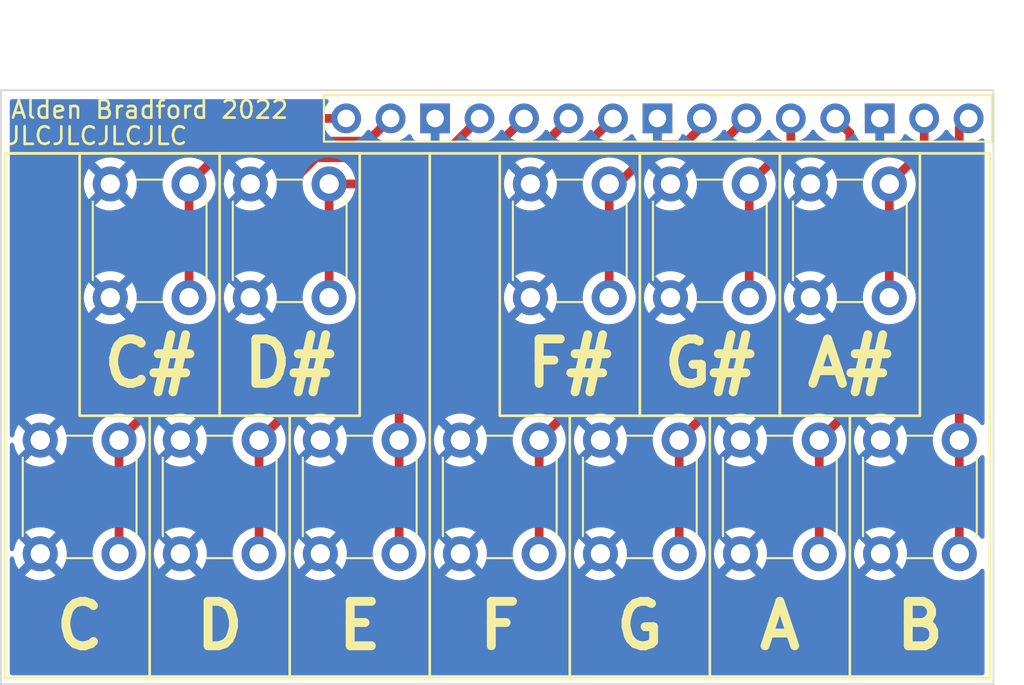
<source format=kicad_pcb>
(kicad_pcb (version 20211014) (generator pcbnew)
  (layers (0 "F.Cu" signal) (31 "B.Cu" signal) (34 "B.Paste" user) (35 "F.Paste" user) (36 "B.SilkS" user "B.Silkscreen") (37 "F.SilkS" user "F.Silkscreen") (38 "B.Mask" user) (39 "F.Mask" user) (44 "Edge.Cuts" user))
  (net 0 "")
  (net 1 "/C")
  (net 2 "/C#")
  (net 3 "GND")
  (net 4 "/D")
  (net 5 "/D#")
  (net 6 "/E")
  (net 7 "/F")
  (net 8 "/F#")
  (net 9 "/G")
  (net 10 "/G#")
  (net 11 "/A")
  (net 12 "/A#")
  (net 13 "/B")
  (footprint "Button_Switch_THT:SW_PUSH_6mm" (layer "F.Cu") (at 98.85 63.73 90)
    (fp_text reference "SW3" hide)
    (fp_text value "SW_Push")
    (fp_line (start 6.75 3) (end 6.75 1.5) (layer "F.SilkS") (width 0.12))
    (fp_line (start -0.25 1.5) (end -0.25 3) (layer "F.SilkS") (width 0.12))
    (fp_line (start 1 5.5) (end 5.5 5.5) (layer "F.SilkS") (width 0.12))
    (fp_line (start 5.5 -1) (end 1 -1) (layer "F.SilkS") (width 0.12))
    (pad "1" thru_hole circle (at 0 0 180) (size 2 2) (drill 1.1) (layers *.Cu *.Mask) (net 3 "GND"))
    (pad "1" thru_hole circle (at 6.5 0 180) (size 2 2) (drill 1.1) (layers *.Cu *.Mask) (net 3 "GND"))
    (pad "2" thru_hole circle (at 6.5 4.5 180) (size 2 2) (drill 1.1) (layers *.Cu *.Mask) (net 11 "/A"))
    (pad "2" thru_hole circle (at 0 4.5 180) (size 2 2) (drill 1.1) (layers *.Cu *.Mask) (net 11 "/A"))
  )
  (footprint "Library:PinHeader_1x15_P2.54mm_Vertical" (layer "F.Cu") (at 76.325 38.84 90)
    (fp_text reference "J1" hide)
    (fp_text value "Conn_01x15_Male")
    (fp_line (start -1.33 -1.27) (end -1.33 36.89) (layer "F.SilkS") (width 0.12))
    (fp_line (start -1.33 -1.27) (end 1.33 -1.27) (layer "F.SilkS") (width 0.12))
    (fp_line (start -1.33 36.89) (end 1.33 36.89) (layer "F.SilkS") (width 0.12))
    (fp_line (start 1.33 -1.27) (end 1.33 36.89) (layer "F.SilkS") (width 0.12))
    (pad "1" thru_hole circle (at 0 0 90) (size 1.7 1.7) (drill 1) (layers *.Cu *.Mask) (net 1 "/C"))
    (pad "2" thru_hole oval (at 0 2.54 90) (size 1.7 1.7) (drill 1) (layers *.Cu *.Mask) (net 2 "/C#"))
    (pad "3" thru_hole rect (at 0 5.08 90) (size 1.7 1.7) (drill 1) (layers *.Cu *.Mask) (net 3 "GND"))
    (pad "4" thru_hole oval (at 0 7.62 90) (size 1.7 1.7) (drill 1) (layers *.Cu *.Mask) (net 4 "/D"))
    (pad "5" thru_hole oval (at 0 10.16 90) (size 1.7 1.7) (drill 1) (layers *.Cu *.Mask) (net 5 "/D#"))
    (pad "6" thru_hole oval (at 0 12.7 90) (size 1.7 1.7) (drill 1) (layers *.Cu *.Mask) (net 6 "/E"))
    (pad "7" thru_hole oval (at 0 15.24 90) (size 1.7 1.7) (drill 1) (layers *.Cu *.Mask) (net 7 "/F"))
    (pad "8" thru_hole rect (at 0 17.78 90) (size 1.7 1.7) (drill 1) (layers *.Cu *.Mask) (net 3 "GND"))
    (pad "9" thru_hole oval (at 0 20.32 90) (size 1.7 1.7) (drill 1) (layers *.Cu *.Mask) (net 8 "/F#"))
    (pad "10" thru_hole oval (at 0 22.86 90) (size 1.7 1.7) (drill 1) (layers *.Cu *.Mask) (net 9 "/G"))
    (pad "11" thru_hole oval (at 0 25.4 90) (size 1.7 1.7) (drill 1) (layers *.Cu *.Mask) (net 10 "/G#"))
    (pad "12" thru_hole oval (at 0 27.94 90) (size 1.7 1.7) (drill 1) (layers *.Cu *.Mask) (net 11 "/A"))
    (pad "13" thru_hole rect (at 0 30.48 90) (size 1.7 1.7) (drill 1) (layers *.Cu *.Mask) (net 3 "GND"))
    (pad "14" thru_hole oval (at 0 33.02 90) (size 1.7 1.7) (drill 1) (layers *.Cu *.Mask) (net 12 "/A#"))
    (pad "15" thru_hole oval (at 0 35.56 90) (size 1.7 1.7) (drill 1) (layers *.Cu *.Mask) (net 13 "/B"))
  )
  (footprint "Button_Switch_THT:SW_PUSH_6mm" (layer "F.Cu") (at 106.85 63.73 90)
    (fp_text reference "SW1" hide)
    (fp_text value "SW_Push")
    (fp_line (start 1 5.5) (end 5.5 5.5) (layer "F.SilkS") (width 0.12))
    (fp_line (start 5.5 -1) (end 1 -1) (layer "F.SilkS") (width 0.12))
    (fp_line (start -0.25 1.5) (end -0.25 3) (layer "F.SilkS") (width 0.12))
    (fp_line (start 6.75 3) (end 6.75 1.5) (layer "F.SilkS") (width 0.12))
    (pad "1" thru_hole circle (at 0 0 180) (size 2 2) (drill 1.1) (layers *.Cu *.Mask) (net 3 "GND"))
    (pad "1" thru_hole circle (at 6.5 0 180) (size 2 2) (drill 1.1) (layers *.Cu *.Mask) (net 3 "GND"))
    (pad "2" thru_hole circle (at 6.5 4.5 180) (size 2 2) (drill 1.1) (layers *.Cu *.Mask) (net 13 "/B"))
    (pad "2" thru_hole circle (at 0 4.5 180) (size 2 2) (drill 1.1) (layers *.Cu *.Mask) (net 13 "/B"))
  )
  (footprint "Button_Switch_THT:SW_PUSH_6mm" (layer "F.Cu") (at 102.85 49.09 90)
    (fp_text reference "SW2" hide)
    (fp_text value "SW_Push")
    (fp_line (start 1 5.5) (end 5.5 5.5) (layer "F.SilkS") (width 0.12))
    (fp_line (start -0.25 1.5) (end -0.25 3) (layer "F.SilkS") (width 0.12))
    (fp_line (start 5.5 -1) (end 1 -1) (layer "F.SilkS") (width 0.12))
    (fp_line (start 6.75 3) (end 6.75 1.5) (layer "F.SilkS") (width 0.12))
    (pad "1" thru_hole circle (at 6.5 0 180) (size 2 2) (drill 1.1) (layers *.Cu *.Mask) (net 3 "GND"))
    (pad "1" thru_hole circle (at 0 0 180) (size 2 2) (drill 1.1) (layers *.Cu *.Mask) (net 3 "GND"))
    (pad "2" thru_hole circle (at 0 4.5 180) (size 2 2) (drill 1.1) (layers *.Cu *.Mask) (net 12 "/A#"))
    (pad "2" thru_hole circle (at 6.5 4.5 180) (size 2 2) (drill 1.1) (layers *.Cu *.Mask) (net 12 "/A#"))
  )
  (footprint "Button_Switch_THT:SW_PUSH_6mm" (layer "F.Cu") (at 74.85 63.73 90)
    (fp_text reference "SW8" hide)
    (fp_text value "SW_Push")
    (fp_line (start 5.5 -1) (end 1 -1) (layer "F.SilkS") (width 0.12))
    (fp_line (start 6.75 3) (end 6.75 1.5) (layer "F.SilkS") (width 0.12))
    (fp_line (start -0.25 1.5) (end -0.25 3) (layer "F.SilkS") (width 0.12))
    (fp_line (start 1 5.5) (end 5.5 5.5) (layer "F.SilkS") (width 0.12))
    (pad "1" thru_hole circle (at 6.5 0 180) (size 2 2) (drill 1.1) (layers *.Cu *.Mask) (net 3 "GND"))
    (pad "1" thru_hole circle (at 0 0 180) (size 2 2) (drill 1.1) (layers *.Cu *.Mask) (net 3 "GND"))
    (pad "2" thru_hole circle (at 6.5 4.5 180) (size 2 2) (drill 1.1) (layers *.Cu *.Mask) (net 6 "/E"))
    (pad "2" thru_hole circle (at 0 4.5 180) (size 2 2) (drill 1.1) (layers *.Cu *.Mask) (net 6 "/E"))
  )
  (footprint "Button_Switch_THT:SW_PUSH_6mm" (layer "F.Cu") (at 70.85 49.09 90)
    (fp_text reference "SW9" hide)
    (fp_text value "SW_Push")
    (fp_line (start -0.25 1.5) (end -0.25 3) (layer "F.SilkS") (width 0.12))
    (fp_line (start 6.75 3) (end 6.75 1.5) (layer "F.SilkS") (width 0.12))
    (fp_line (start 5.5 -1) (end 1 -1) (layer "F.SilkS") (width 0.12))
    (fp_line (start 1 5.5) (end 5.5 5.5) (layer "F.SilkS") (width 0.12))
    (pad "1" thru_hole circle (at 0 0 180) (size 2 2) (drill 1.1) (layers *.Cu *.Mask) (net 3 "GND"))
    (pad "1" thru_hole circle (at 6.5 0 180) (size 2 2) (drill 1.1) (layers *.Cu *.Mask) (net 3 "GND"))
    (pad "2" thru_hole circle (at 6.5 4.5 180) (size 2 2) (drill 1.1) (layers *.Cu *.Mask) (net 5 "/D#"))
    (pad "2" thru_hole circle (at 0 4.5 180) (size 2 2) (drill 1.1) (layers *.Cu *.Mask) (net 5 "/D#"))
  )
  (footprint "Button_Switch_THT:SW_PUSH_6mm" (layer "F.Cu") (at 58.85 63.73 90)
    (fp_text reference "SW12" hide)
    (fp_text value "SW_Push")
    (fp_line (start 6.75 3) (end 6.75 1.5) (layer "F.SilkS") (width 0.12))
    (fp_line (start -0.25 1.5) (end -0.25 3) (layer "F.SilkS") (width 0.12))
    (fp_line (start 5.5 -1) (end 1 -1) (layer "F.SilkS") (width 0.12))
    (fp_line (start 1 5.5) (end 5.5 5.5) (layer "F.SilkS") (width 0.12))
    (pad "1" thru_hole circle (at 6.5 0 180) (size 2 2) (drill 1.1) (layers *.Cu *.Mask) (net 3 "GND"))
    (pad "1" thru_hole circle (at 0 0 180) (size 2 2) (drill 1.1) (layers *.Cu *.Mask) (net 3 "GND"))
    (pad "2" thru_hole circle (at 6.5 4.5 180) (size 2 2) (drill 1.1) (layers *.Cu *.Mask) (net 1 "/C"))
    (pad "2" thru_hole circle (at 0 4.5 180) (size 2 2) (drill 1.1) (layers *.Cu *.Mask) (net 1 "/C"))
  )
  (footprint "Button_Switch_THT:SW_PUSH_6mm" (layer "F.Cu") (at 90.85 63.73 90)
    (fp_text reference "SW5" hide)
    (fp_text value "SW_Push")
    (fp_line (start 5.5 -1) (end 1 -1) (layer "F.SilkS") (width 0.12))
    (fp_line (start -0.25 1.5) (end -0.25 3) (layer "F.SilkS") (width 0.12))
    (fp_line (start 6.75 3) (end 6.75 1.5) (layer "F.SilkS") (width 0.12))
    (fp_line (start 1 5.5) (end 5.5 5.5) (layer "F.SilkS") (width 0.12))
    (pad "1" thru_hole circle (at 6.5 0 180) (size 2 2) (drill 1.1) (layers *.Cu *.Mask) (net 3 "GND"))
    (pad "1" thru_hole circle (at 0 0 180) (size 2 2) (drill 1.1) (layers *.Cu *.Mask) (net 3 "GND"))
    (pad "2" thru_hole circle (at 0 4.5 180) (size 2 2) (drill 1.1) (layers *.Cu *.Mask) (net 9 "/G"))
    (pad "2" thru_hole circle (at 6.5 4.5 180) (size 2 2) (drill 1.1) (layers *.Cu *.Mask) (net 9 "/G"))
  )
  (footprint "Button_Switch_THT:SW_PUSH_6mm" (layer "F.Cu") (at 86.85 49.09 90)
    (fp_text reference "SW6" hide)
    (fp_text value "SW_Push")
    (fp_line (start -0.25 1.5) (end -0.25 3) (layer "F.SilkS") (width 0.12))
    (fp_line (start 6.75 3) (end 6.75 1.5) (layer "F.SilkS") (width 0.12))
    (fp_line (start 5.5 -1) (end 1 -1) (layer "F.SilkS") (width 0.12))
    (fp_line (start 1 5.5) (end 5.5 5.5) (layer "F.SilkS") (width 0.12))
    (pad "1" thru_hole circle (at 6.5 0 180) (size 2 2) (drill 1.1) (layers *.Cu *.Mask) (net 3 "GND"))
    (pad "1" thru_hole circle (at 0 0 180) (size 2 2) (drill 1.1) (layers *.Cu *.Mask) (net 3 "GND"))
    (pad "2" thru_hole circle (at 0 4.5 180) (size 2 2) (drill 1.1) (layers *.Cu *.Mask) (net 8 "/F#"))
    (pad "2" thru_hole circle (at 6.5 4.5 180) (size 2 2) (drill 1.1) (layers *.Cu *.Mask) (net 8 "/F#"))
  )
  (footprint "Button_Switch_THT:SW_PUSH_6mm" (layer "F.Cu") (at 62.85 49.09 90)
    (fp_text reference "SW11" hide)
    (fp_text value "SW_Push")
    (fp_line (start 1 5.5) (end 5.5 5.5) (layer "F.SilkS") (width 0.12))
    (fp_line (start -0.25 1.5) (end -0.25 3) (layer "F.SilkS") (width 0.12))
    (fp_line (start 6.75 3) (end 6.75 1.5) (layer "F.SilkS") (width 0.12))
    (fp_line (start 5.5 -1) (end 1 -1) (layer "F.SilkS") (width 0.12))
    (pad "1" thru_hole circle (at 6.5 0 180) (size 2 2) (drill 1.1) (layers *.Cu *.Mask) (net 3 "GND"))
    (pad "1" thru_hole circle (at 0 0 180) (size 2 2) (drill 1.1) (layers *.Cu *.Mask) (net 3 "GND"))
    (pad "2" thru_hole circle (at 6.5 4.5 180) (size 2 2) (drill 1.1) (layers *.Cu *.Mask) (net 2 "/C#"))
    (pad "2" thru_hole circle (at 0 4.5 180) (size 2 2) (drill 1.1) (layers *.Cu *.Mask) (net 2 "/C#"))
  )
  (footprint "Button_Switch_THT:SW_PUSH_6mm" (layer "F.Cu") (at 82.85 63.73 90)
    (fp_text reference "SW7" hide)
    (fp_text value "SW_Push")
    (fp_line (start 1 5.5) (end 5.5 5.5) (layer "F.SilkS") (width 0.12))
    (fp_line (start 5.5 -1) (end 1 -1) (layer "F.SilkS") (width 0.12))
    (fp_line (start -0.25 1.5) (end -0.25 3) (layer "F.SilkS") (width 0.12))
    (fp_line (start 6.75 3) (end 6.75 1.5) (layer "F.SilkS") (width 0.12))
    (pad "1" thru_hole circle (at 0 0 180) (size 2 2) (drill 1.1) (layers *.Cu *.Mask) (net 3 "GND"))
    (pad "1" thru_hole circle (at 6.5 0 180) (size 2 2) (drill 1.1) (layers *.Cu *.Mask) (net 3 "GND"))
    (pad "2" thru_hole circle (at 0 4.5 180) (size 2 2) (drill 1.1) (layers *.Cu *.Mask) (net 7 "/F"))
    (pad "2" thru_hole circle (at 6.5 4.5 180) (size 2 2) (drill 1.1) (layers *.Cu *.Mask) (net 7 "/F"))
  )
  (footprint "Button_Switch_THT:SW_PUSH_6mm" (layer "F.Cu") (at 94.85 49.09 90)
    (fp_text reference "SW4" hide)
    (fp_text value "SW_Push")
    (fp_line (start -0.25 1.5) (end -0.25 3) (layer "F.SilkS") (width 0.12))
    (fp_line (start 1 5.5) (end 5.5 5.5) (layer "F.SilkS") (width 0.12))
    (fp_line (start 5.5 -1) (end 1 -1) (layer "F.SilkS") (width 0.12))
    (fp_line (start 6.75 3) (end 6.75 1.5) (layer "F.SilkS") (width 0.12))
    (pad "1" thru_hole circle (at 0 0 180) (size 2 2) (drill 1.1) (layers *.Cu *.Mask) (net 3 "GND"))
    (pad "1" thru_hole circle (at 6.5 0 180) (size 2 2) (drill 1.1) (layers *.Cu *.Mask) (net 3 "GND"))
    (pad "2" thru_hole circle (at 6.5 4.5 180) (size 2 2) (drill 1.1) (layers *.Cu *.Mask) (net 10 "/G#"))
    (pad "2" thru_hole circle (at 0 4.5 180) (size 2 2) (drill 1.1) (layers *.Cu *.Mask) (net 10 "/G#"))
  )
  (footprint "Button_Switch_THT:SW_PUSH_6mm" (layer "F.Cu") (at 66.85 63.73 90)
    (fp_text reference "SW10" hide)
    (fp_text value "SW_Push")
    (fp_line (start 5.5 -1) (end 1 -1) (layer "F.SilkS") (width 0.12))
    (fp_line (start 1 5.5) (end 5.5 5.5) (layer "F.SilkS") (width 0.12))
    (fp_line (start 6.75 3) (end 6.75 1.5) (layer "F.SilkS") (width 0.12))
    (fp_line (start -0.25 1.5) (end -0.25 3) (layer "F.SilkS") (width 0.12))
    (pad "1" thru_hole circle (at 6.5 0 180) (size 2 2) (drill 1.1) (layers *.Cu *.Mask) (net 3 "GND"))
    (pad "1" thru_hole circle (at 0 0 180) (size 2 2) (drill 1.1) (layers *.Cu *.Mask) (net 3 "GND"))
    (pad "2" thru_hole circle (at 6.5 4.5 180) (size 2 2) (drill 1.1) (layers *.Cu *.Mask) (net 4 "/D"))
    (pad "2" thru_hole circle (at 0 4.5 180) (size 2 2) (drill 1.1) (layers *.Cu *.Mask) (net 4 "/D"))
  )
  (gr_line (start 73.1 55.84) (end 73.1 70.84) (layer "F.SilkS") (width 0.15))
  (gr_rect (start 69.1 40.84) (end 61.1 55.84) (layer "F.SilkS") (width 0.15) (fill none))
  (gr_line (start 61.1 40.84) (end 57.1 40.84) (layer "F.SilkS") (width 0.15))
  (gr_line (start 65.1 70.84) (end 65.1 55.84) (layer "F.SilkS") (width 0.15))
  (gr_rect (start 77.1 40.84) (end 69.1 55.84) (layer "F.SilkS") (width 0.15) (fill none))
  (gr_line (start 105.1 55.84) (end 105.1 70.84) (layer "F.SilkS") (width 0.15))
  (gr_rect (start 93.1 40.84) (end 101.1 55.84) (layer "F.SilkS") (width 0.15) (fill none))
  (gr_rect (start 85.1 40.84) (end 93.1 55.84) (layer "F.SilkS") (width 0.15) (fill none))
  (gr_line (start 89.1 55.84) (end 89.1 70.84) (layer "F.SilkS") (width 0.15))
  (gr_line (start 81.1 40.84) (end 81.1 70.84) (layer "F.SilkS") (width 0.15))
  (gr_rect (start 56.85 40.84) (end 113.1 70.84) (layer "F.SilkS") (width 0.15) (fill none))
  (gr_rect (start 101.1 40.84) (end 109.1 55.84) (layer "F.SilkS") (width 0.15) (fill none))
  (gr_line (start 97.1 55.84) (end 97.1 70.84) (layer "F.SilkS") (width 0.15))
  (gr_rect (start 113.3 37.23) (end 56.6 71.19) (layer "Edge.Cuts") (width 0.1) (fill none))
  (gr_text "E" (at 77.1 67.84) (layer "F.SilkS") (effects (font (size 2.54 2.54) (thickness 0.508))))
  (gr_text "A#" (at 105.1 52.84) (layer "F.SilkS") (effects (font (size 2.54 2.54) (thickness 0.508))))
  (gr_text "A" (at 101.1 67.84) (layer "F.SilkS") (effects (font (size 2.54 2.54) (thickness 0.508))))
  (gr_text "C" (at 61.1 67.84) (layer "F.SilkS") (effects (font (size 2.54 2.54) (thickness 0.508))))
  (gr_text "D#" (at 73.1 52.84) (layer "F.SilkS") (effects (font (size 2.54 2.54) (thickness 0.508))))
  (gr_text "F#" (at 89.1 52.84) (layer "F.SilkS") (effects (font (size 2.54 2.54) (thickness 0.508))))
  (gr_text "G#" (at 97.099988 52.84) (layer "F.SilkS") (effects (font (size 2.54 2.54) (thickness 0.508))))
  (gr_text "JLCJLCJLCJLC" (at 62.1 39.84) (layer "F.SilkS") (effects (font (size 1 1))))
  (gr_text "G" (at 93.1 67.84) (layer "F.SilkS") (effects (font (size 2.54 2.54) (thickness 0.508))))
  (gr_text "D" (at 69.099993 67.840006) (layer "F.SilkS") (effects (font (size 2.54 2.54) (thickness 0.508))))
  (gr_text "C#" (at 65.1 52.84) (layer "F.SilkS") (effects (font (size 2.54 2.54) (thickness 0.508))))
  (gr_text "B" (at 109.09999 67.84) (layer "F.SilkS") (effects (font (size 2.54 2.54) (thickness 0.508))))
  (gr_text "Alden Bradford 2022" (at 65.1 38.34) (layer "F.SilkS") (effects (font (size 1 1))))
  (gr_text "F" (at 85.1 67.84) (layer "F.SilkS") (effects (font (size 2.54 2.54) (thickness 0.508))))
  (segment (start 63.35 63.73) (end 63.35 57.23) (width 0.5) (layer "F.Cu") (net 1))
  (segment (start 63.35 57.23) (end 65.1 55.48) (width 0.5) (layer "F.Cu") (net 1))
  (segment (start 65.1 41.59) (end 67.85 38.84) (width 0.5) (layer "F.Cu") (net 1))
  (segment (start 65.1 55.48) (end 65.1 41.59) (width 0.5) (layer "F.Cu") (net 1))
  (segment (start 67.85 38.84) (end 76.325 38.84) (width 0.5) (layer "F.Cu") (net 1))
  (segment (start 78.865 38.84) (end 77.565 40.14) (width 0.5) (layer "F.Cu") (net 2))
  (segment (start 69.8 40.14) (end 67.35 42.59) (width 0.5) (layer "F.Cu") (net 2))
  (segment (start 77.565 40.14) (end 69.8 40.14) (width 0.5) (layer "F.Cu") (net 2))
  (segment (start 67.35 49.09) (end 67.35 42.59) (width 0.5) (layer "F.Cu") (net 2))
  (segment (start 71.35 63.73) (end 71.35 57.23) (width 0.5) (layer "F.Cu") (net 4))
  (segment (start 74.6 41.09) (end 81.695 41.09) (width 0.5) (layer "F.Cu") (net 4))
  (segment (start 81.695 41.09) (end 83.945 38.84) (width 0.5) (layer "F.Cu") (net 4))
  (segment (start 71.35 57.23) (end 73.1 55.48) (width 0.5) (layer "F.Cu") (net 4))
  (segment (start 73.1 42.59) (end 74.6 41.09) (width 0.5) (layer "F.Cu") (net 4))
  (segment (start 73.1 55.48) (end 73.1 42.59) (width 0.5) (layer "F.Cu") (net 4))
  (segment (start 75.35 49.09) (end 75.35 42.59) (width 0.5) (layer "F.Cu") (net 5))
  (segment (start 82.735 42.59) (end 86.485 38.84) (width 0.5) (layer "F.Cu") (net 5))
  (segment (start 75.35 42.59) (end 82.735 42.59) (width 0.5) (layer "F.Cu") (net 5))
  (segment (start 79.35 57.23) (end 79.35 47.59) (width 0.5) (layer "F.Cu") (net 6))
  (segment (start 86.35 40.59) (end 87.35 40.59) (width 0.5) (layer "F.Cu") (net 6))
  (segment (start 87.35 40.59) (end 89.025 38.915) (width 0.5) (layer "F.Cu") (net 6))
  (segment (start 79.35 63.73) (end 79.35 57.23) (width 0.5) (layer "F.Cu") (net 6))
  (segment (start 89.025 38.915) (end 89.025 38.84) (width 0.5) (layer "F.Cu") (net 6))
  (segment (start 79.35 47.59) (end 86.35 40.59) (width 0.5) (layer "F.Cu") (net 6))
  (segment (start 87.35 63.73) (end 87.35 57.23) (width 0.5) (layer "F.Cu") (net 7))
  (segment (start 89.1 41.305) (end 91.565 38.84) (width 0.5) (layer "F.Cu") (net 7))
  (segment (start 89.1 55.48) (end 89.1 41.305) (width 0.5) (layer "F.Cu") (net 7))
  (segment (start 87.35 57.23) (end 89.1 55.48) (width 0.5) (layer "F.Cu") (net 7))
  (segment (start 95.605 40.34) (end 96.645 39.3) (width 0.5) (layer "F.Cu") (net 8))
  (segment (start 91.85 42.59) (end 94.1 40.34) (width 0.5) (layer "F.Cu") (net 8))
  (segment (start 96.645 39.3) (end 96.645 38.84) (width 0.5) (layer "F.Cu") (net 8))
  (segment (start 91.35 42.59) (end 91.85 42.59) (width 0.5) (layer "F.Cu") (net 8))
  (segment (start 91.35 49.09) (end 91.35 42.59) (width 0.5) (layer "F.Cu") (net 8))
  (segment (start 94.1 40.34) (end 95.605 40.34) (width 0.5) (layer "F.Cu") (net 8))
  (segment (start 95.35 57.23) (end 97.1 55.48) (width 0.5) (layer "F.Cu") (net 9))
  (segment (start 97.1 55.48) (end 97.1 40.925) (width 0.5) (layer "F.Cu") (net 9))
  (segment (start 97.1 40.925) (end 99.185 38.84) (width 0.5) (layer "F.Cu") (net 9))
  (segment (start 95.35 63.73) (end 95.35 57.23) (width 0.5) (layer "F.Cu") (net 9))
  (segment (start 99.35 42.59) (end 101.725 40.215) (width 0.5) (layer "F.Cu") (net 10))
  (segment (start 99.35 49.09) (end 99.35 42.59) (width 0.5) (layer "F.Cu") (net 10))
  (segment (start 101.725 40.215) (end 101.725 38.84) (width 0.5) (layer "F.Cu") (net 10))
  (segment (start 103.35 63.73) (end 103.35 57.23) (width 0.5) (layer "F.Cu") (net 11))
  (segment (start 105.1 55.48) (end 105.1 39.675) (width 0.5) (layer "F.Cu") (net 11))
  (segment (start 103.35 57.23) (end 105.1 55.48) (width 0.5) (layer "F.Cu") (net 11))
  (segment (start 105.1 39.675) (end 104.265 38.84) (width 0.5) (layer "F.Cu") (net 11))
  (segment (start 107.35 49.09) (end 107.35 42.59) (width 0.5) (layer "F.Cu") (net 12))
  (segment (start 107.35 42.59) (end 109.345 40.595) (width 0.5) (layer "F.Cu") (net 12))
  (segment (start 109.345 40.595) (end 109.345 38.84) (width 0.5) (layer "F.Cu") (net 12))
  (segment (start 111.35 39.375) (end 111.885 38.84) (width 0.5) (layer "F.Cu") (net 13))
  (segment (start 111.35 57.23) (end 111.35 39.375) (width 0.5) (layer "F.Cu") (net 13))
  (segment (start 111.35 63.73) (end 111.35 57.23) (width 0.5) (layer "F.Cu") (net 13))
  (zone (net 3) (net_name "GND") (layer "B.Cu") (connect_pads (clearance 0.508)) (min_thickness 0.254) (fill yes (thermal_gap 0.508) (thermal_bridge_width 0.508))
    (polygon (pts (xy 113.26 70.9) (xy 56.89 70.9) (xy 56.89 37.52) (xy 113.26 37.52)))
  )
)
</source>
